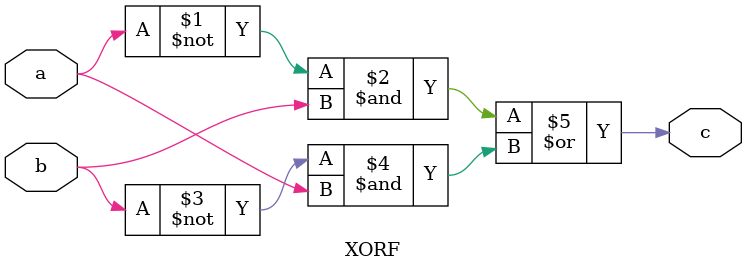
<source format=v>
module bin2gray
        (input [3:0] bin, //binary input
         output [3:0] G //gray code output
        );

//xor gates.
assign G[3] = bin[3];

XORF g2(G[2],bin[3],bin[2]);
XORF g1(G[1],bin[2],bin[1]);
XORF g0(G[0],bin[1],bin[0]);

endmodule

module XORF(c,a,b);
  input a,b;
  output c;
  assign c = (~a & b) | (~b & a);
endmodule

</source>
